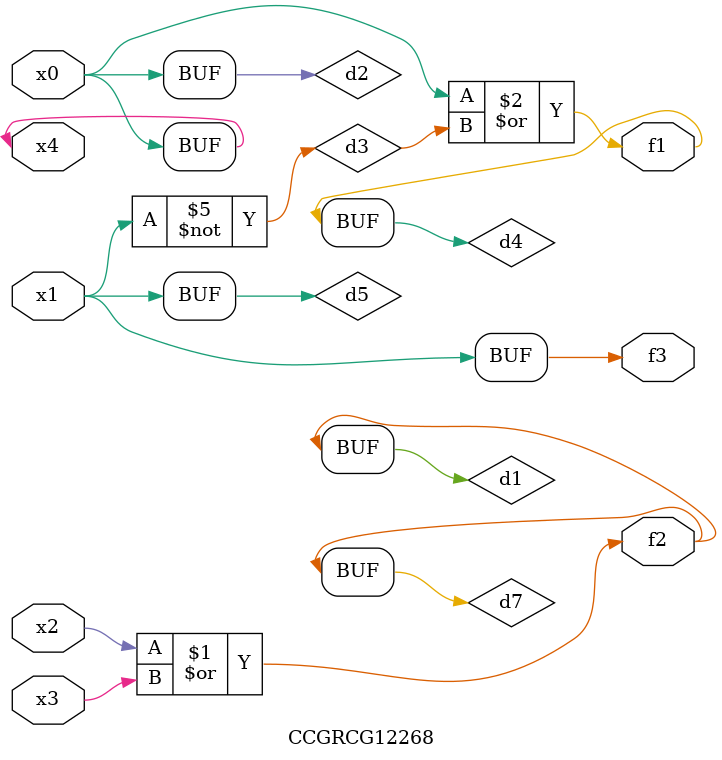
<source format=v>
module CCGRCG12268(
	input x0, x1, x2, x3, x4,
	output f1, f2, f3
);

	wire d1, d2, d3, d4, d5, d6, d7;

	or (d1, x2, x3);
	buf (d2, x0, x4);
	not (d3, x1);
	or (d4, d2, d3);
	not (d5, d3);
	nand (d6, d1, d3);
	or (d7, d1);
	assign f1 = d4;
	assign f2 = d7;
	assign f3 = d5;
endmodule

</source>
